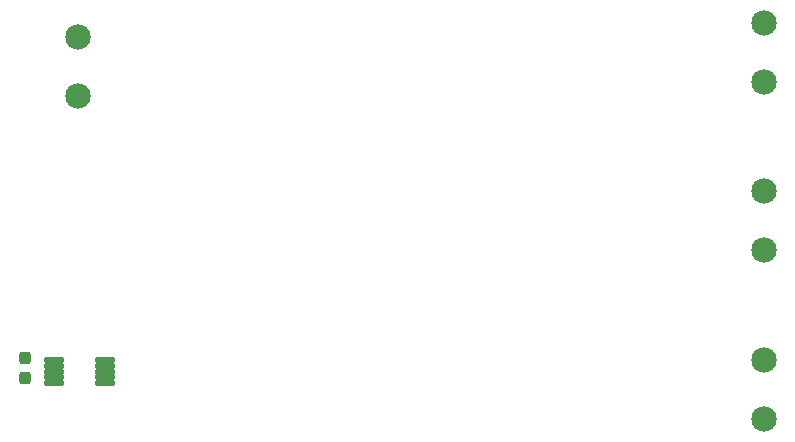
<source format=gbr>
%TF.GenerationSoftware,KiCad,Pcbnew,8.0.6*%
%TF.CreationDate,2024-11-16T21:14:38-08:00*%
%TF.ProjectId,CAN_adc,43414e5f-6164-4632-9e6b-696361645f70,rev?*%
%TF.SameCoordinates,Original*%
%TF.FileFunction,Soldermask,Bot*%
%TF.FilePolarity,Negative*%
%FSLAX46Y46*%
G04 Gerber Fmt 4.6, Leading zero omitted, Abs format (unit mm)*
G04 Created by KiCad (PCBNEW 8.0.6) date 2024-11-16 21:14:38*
%MOMM*%
%LPD*%
G01*
G04 APERTURE LIST*
G04 Aperture macros list*
%AMRoundRect*
0 Rectangle with rounded corners*
0 $1 Rounding radius*
0 $2 $3 $4 $5 $6 $7 $8 $9 X,Y pos of 4 corners*
0 Add a 4 corners polygon primitive as box body*
4,1,4,$2,$3,$4,$5,$6,$7,$8,$9,$2,$3,0*
0 Add four circle primitives for the rounded corners*
1,1,$1+$1,$2,$3*
1,1,$1+$1,$4,$5*
1,1,$1+$1,$6,$7*
1,1,$1+$1,$8,$9*
0 Add four rect primitives between the rounded corners*
20,1,$1+$1,$2,$3,$4,$5,0*
20,1,$1+$1,$4,$5,$6,$7,0*
20,1,$1+$1,$6,$7,$8,$9,0*
20,1,$1+$1,$8,$9,$2,$3,0*%
G04 Aperture macros list end*
%ADD10RoundRect,0.060500X-0.776500X-0.181500X0.776500X-0.181500X0.776500X0.181500X-0.776500X0.181500X0*%
%ADD11C,2.154000*%
%ADD12RoundRect,0.237500X0.237500X-0.300000X0.237500X0.300000X-0.237500X0.300000X-0.237500X-0.300000X0*%
G04 APERTURE END LIST*
D10*
%TO.C,U8*%
X75020000Y-87500000D03*
X75020000Y-87000000D03*
X75020000Y-86500000D03*
X75020000Y-86000000D03*
X75020000Y-85500000D03*
X79320000Y-85500000D03*
X79320000Y-86000000D03*
X79320000Y-86500000D03*
X79320000Y-87000000D03*
X79320000Y-87500000D03*
%TD*%
D11*
%TO.C,J4*%
X135100000Y-90500000D03*
X135100000Y-85500000D03*
%TD*%
%TO.C,J3*%
X135100000Y-71250000D03*
X135100000Y-76250000D03*
%TD*%
%TO.C,J2*%
X135100000Y-57000000D03*
X135100000Y-62000000D03*
%TD*%
%TO.C,J1*%
X77000000Y-63200000D03*
X77000000Y-58200000D03*
%TD*%
D12*
%TO.C,C11*%
X72500000Y-87062500D03*
X72500000Y-85337500D03*
%TD*%
M02*

</source>
